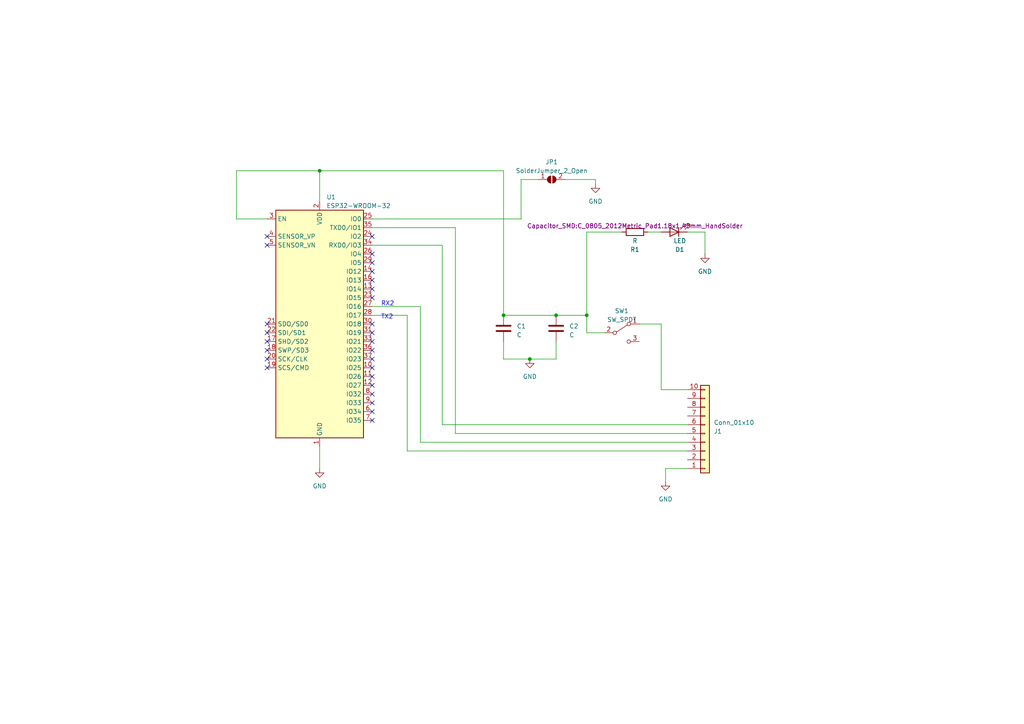
<source format=kicad_sch>
(kicad_sch (version 20230121) (generator eeschema)
  (paper "A4")
  (lib_symbols
    (symbol "Connector_Generic:Conn_01x10" (pin_names (offset 1.016) hide)
      (property "Reference" "J" (at 0 12.7 0))
      (property "Value" "Conn_01x10" (at 0 -15.24 0))
      (symbol "Conn_01x10_1_1"
        (rectangle (start -1.27 -12.573) (end 0 -12.827) (stroke (width 0.1524)))
        (rectangle (start -1.27 -10.033) (end 0 -10.287) (stroke (width 0.1524)))
        (rectangle (start -1.27 -7.493) (end 0 -7.747) (stroke (width 0.1524)))
        (rectangle (start -1.27 -4.953) (end 0 -5.207) (stroke (width 0.1524)))
        (rectangle (start -1.27 -2.413) (end 0 -2.667) (stroke (width 0.1524)))
        (rectangle (start -1.27 0.127) (end 0 -0.127) (stroke (width 0.1524)))
        (rectangle (start -1.27 2.667) (end 0 2.413) (stroke (width 0.1524)))
        (rectangle (start -1.27 5.207) (end 0 4.953) (stroke (width 0.1524)))
        (rectangle (start -1.27 7.747) (end 0 7.493) (stroke (width 0.1524)))
        (rectangle (start -1.27 10.287) (end 0 10.033) (stroke (width 0.1524)))
        (rectangle (start -1.27 11.43) (end 1.27 -13.97) (stroke (width 0.254)) (fill (type background)))
        (pin passive line (at -5.08 10.16 0) (length 3.81) (name "Pin_1") (number "1"))
        (pin passive line (at -5.08 -12.7 0) (length 3.81) (name "Pin_10") (number "10"))
        (pin passive line (at -5.08 7.62 0) (length 3.81) (name "Pin_2") (number "2"))
        (pin passive line (at -5.08 5.08 0) (length 3.81) (name "Pin_3") (number "3"))
        (pin passive line (at -5.08 2.54 0) (length 3.81) (name "Pin_4") (number "4"))
        (pin passive line (at -5.08 0 0) (length 3.81) (name "Pin_5") (number "5"))
        (pin passive line (at -5.08 -2.54 0) (length 3.81) (name "Pin_6") (number "6"))
        (pin passive line (at -5.08 -5.08 0) (length 3.81) (name "Pin_7") (number "7"))
        (pin passive line (at -5.08 -7.62 0) (length 3.81) (name "Pin_8") (number "8"))
        (pin passive line (at -5.08 -10.16 0) (length 3.81) (name "Pin_9") (number "9"))
      )
    )
    (symbol "Device:C" (pin_numbers hide) (pin_names (offset 0.254))
      (property "Reference" "C" (at 0.635 2.54 0))
      (property "Value" "C" (at 0.635 -2.54 0))
      (symbol "C_0_1"
        (polyline (pts (xy -2.032 -0.762) (xy 2.032 -0.762)) (stroke (width 0.508)))
        (polyline (pts (xy -2.032 0.762) (xy 2.032 0.762)) (stroke (width 0.508)))
      )
      (symbol "C_1_1"
        (pin passive line (at 0 3.81 270) (length 2.794) (name "~") (number "1"))
        (pin passive line (at 0 -3.81 90) (length 2.794) (name "~") (number "2"))
      )
    )
    (symbol "Device:LED" (pin_numbers hide) (pin_names (offset 1.016) hide)
      (property "Reference" "D" (at 0 2.54 0))
      (property "Value" "LED" (at 0 -2.54 0))
      (symbol "LED_0_1"
        (polyline (pts (xy -1.27 -1.27) (xy -1.27 1.27)) (stroke (width 0.254)))
        (polyline (pts (xy -1.27 0) (xy 1.27 0)))
        (polyline (pts (xy 1.27 -1.27) (xy 1.27 1.27) (xy -1.27 0) (xy 1.27 -1.27)) (stroke (width 0.254)))
        (polyline (pts (xy -3.048 -0.762) (xy -4.572 -2.286) (xy -3.81 -2.286) (xy -4.572 -2.286) (xy -4.572 -1.524)))
        (polyline (pts (xy -1.778 -0.762) (xy -3.302 -2.286) (xy -2.54 -2.286) (xy -3.302 -2.286) (xy -3.302 -1.524)))
      )
      (symbol "LED_1_1"
        (pin passive line (at -3.81 0 0) (length 2.54) (name "K") (number "1"))
        (pin passive line (at 3.81 0 180) (length 2.54) (name "A") (number "2"))
      )
    )
    (symbol "Device:R" (pin_numbers hide) (pin_names (offset 0))
      (property "Reference" "R" (at 2.032 0 90))
      (property "Value" "R" (at 0 0 90))
      (symbol "R_0_1"
        (rectangle (start -1.016 -2.54) (end 1.016 2.54) (stroke (width 0.254)))
      )
      (symbol "R_1_1"
        (pin passive line (at 0 3.81 270) (length 1.27) (name "~") (number "1"))
        (pin passive line (at 0 -3.81 90) (length 1.27) (name "~") (number "2"))
      )
    )
    (symbol "Jumper:SolderJumper_2_Open" (pin_names (offset 0) hide)
      (property "Reference" "JP" (at 0 2.032 0))
      (property "Value" "SolderJumper_2_Open" (at 0 -2.54 0))
      (symbol "SolderJumper_2_Open_0_1"
        (arc (start -0.254 1.016) (mid -1.2656 0) (end -0.254 -1.016))
        (arc (start -0.254 1.016) (mid -1.2656 0) (end -0.254 -1.016) (fill (type outline)))
        (polyline (pts (xy -0.254 1.016) (xy -0.254 -1.016)))
        (polyline (pts (xy 0.254 1.016) (xy 0.254 -1.016)))
        (arc (start 0.254 -1.016) (mid 1.2656 0) (end 0.254 1.016))
        (arc (start 0.254 -1.016) (mid 1.2656 0) (end 0.254 1.016) (fill (type outline)))
      )
      (symbol "SolderJumper_2_Open_1_1"
        (pin passive line (at -3.81 0 0) (length 2.54) (name "A") (number "1"))
        (pin passive line (at 3.81 0 180) (length 2.54) (name "B") (number "2"))
      )
    )
    (symbol "RF_Module:ESP32-WROOM-32"
      (property "Reference" "U" (at -12.7 34.29 0))
      (property "Value" "ESP32-WROOM-32" (at 1.27 34.29 0))
      (symbol "ESP32-WROOM-32_0_1"
        (rectangle (start -12.7 33.02) (end 12.7 -33.02) (stroke (width 0.254)) (fill (type background)))
      )
      (symbol "ESP32-WROOM-32_1_1"
        (pin power_in line (at 0 -35.56 90) (length 2.54) (name "GND") (number "1"))
        (pin bidirectional line (at 15.24 -12.7 180) (length 2.54) (name "IO25") (number "10"))
        (pin bidirectional line (at 15.24 -15.24 180) (length 2.54) (name "IO26") (number "11"))
        (pin bidirectional line (at 15.24 -17.78 180) (length 2.54) (name "IO27") (number "12"))
        (pin bidirectional line (at 15.24 10.16 180) (length 2.54) (name "IO14") (number "13"))
        (pin bidirectional line (at 15.24 15.24 180) (length 2.54) (name "IO12") (number "14"))
        (pin passive line (at 0 -35.56 90) (length 2.54) hide (name "GND") (number "15"))
        (pin bidirectional line (at 15.24 12.7 180) (length 2.54) (name "IO13") (number "16"))
        (pin bidirectional line (at -15.24 -5.08 0) (length 2.54) (name "SHD/SD2") (number "17"))
        (pin bidirectional line (at -15.24 -7.62 0) (length 2.54) (name "SWP/SD3") (number "18"))
        (pin bidirectional line (at -15.24 -12.7 0) (length 2.54) (name "SCS/CMD") (number "19"))
        (pin power_in line (at 0 35.56 270) (length 2.54) (name "VDD") (number "2"))
        (pin bidirectional line (at -15.24 -10.16 0) (length 2.54) (name "SCK/CLK") (number "20"))
        (pin bidirectional line (at -15.24 0 0) (length 2.54) (name "SDO/SD0") (number "21"))
        (pin bidirectional line (at -15.24 -2.54 0) (length 2.54) (name "SDI/SD1") (number "22"))
        (pin bidirectional line (at 15.24 7.62 180) (length 2.54) (name "IO15") (number "23"))
        (pin bidirectional line (at 15.24 25.4 180) (length 2.54) (name "IO2") (number "24"))
        (pin bidirectional line (at 15.24 30.48 180) (length 2.54) (name "IO0") (number "25"))
        (pin bidirectional line (at 15.24 20.32 180) (length 2.54) (name "IO4") (number "26"))
        (pin bidirectional line (at 15.24 5.08 180) (length 2.54) (name "IO16") (number "27"))
        (pin bidirectional line (at 15.24 2.54 180) (length 2.54) (name "IO17") (number "28"))
        (pin bidirectional line (at 15.24 17.78 180) (length 2.54) (name "IO5") (number "29"))
        (pin input line (at -15.24 30.48 0) (length 2.54) (name "EN") (number "3"))
        (pin bidirectional line (at 15.24 0 180) (length 2.54) (name "IO18") (number "30"))
        (pin bidirectional line (at 15.24 -2.54 180) (length 2.54) (name "IO19") (number "31"))
        (pin no_connect line (at -12.7 -27.94 0) (length 2.54) hide (name "NC") (number "32"))
        (pin bidirectional line (at 15.24 -5.08 180) (length 2.54) (name "IO21") (number "33"))
        (pin bidirectional line (at 15.24 22.86 180) (length 2.54) (name "RXD0/IO3") (number "34"))
        (pin bidirectional line (at 15.24 27.94 180) (length 2.54) (name "TXD0/IO1") (number "35"))
        (pin bidirectional line (at 15.24 -7.62 180) (length 2.54) (name "IO22") (number "36"))
        (pin bidirectional line (at 15.24 -10.16 180) (length 2.54) (name "IO23") (number "37"))
        (pin passive line (at 0 -35.56 90) (length 2.54) hide (name "GND") (number "38"))
        (pin passive line (at 0 -35.56 90) (length 2.54) hide (name "GND") (number "39"))
        (pin input line (at -15.24 25.4 0) (length 2.54) (name "SENSOR_VP") (number "4"))
        (pin input line (at -15.24 22.86 0) (length 2.54) (name "SENSOR_VN") (number "5"))
        (pin input line (at 15.24 -25.4 180) (length 2.54) (name "IO34") (number "6"))
        (pin input line (at 15.24 -27.94 180) (length 2.54) (name "IO35") (number "7"))
        (pin bidirectional line (at 15.24 -20.32 180) (length 2.54) (name "IO32") (number "8"))
        (pin bidirectional line (at 15.24 -22.86 180) (length 2.54) (name "IO33") (number "9"))
      )
    )
    (symbol "Switch:SW_SPDT" (pin_names (offset 0) hide)
      (property "Reference" "SW" (at 0 4.318 0))
      (property "Value" "SW_SPDT" (at 0 -5.08 0))
      (symbol "SW_SPDT_0_0"
        (circle (center -2.032 0) (radius 0.508))
        (circle (center 2.032 -2.54) (radius 0.508))
      )
      (symbol "SW_SPDT_0_1"
        (polyline (pts (xy -1.524 0.254) (xy 1.651 2.286)))
        (circle (center 2.032 2.54) (radius 0.508))
      )
      (symbol "SW_SPDT_1_1"
        (pin passive line (at 5.08 2.54 180) (length 2.54) (name "A") (number "1"))
        (pin passive line (at -5.08 0 0) (length 2.54) (name "B") (number "2"))
        (pin passive line (at 5.08 -2.54 180) (length 2.54) (name "C") (number "3"))
      )
    )
    (symbol "power:GND" (power) (pin_names (offset 0))
      (property "Value" "GND" (at 0 -3.81 0))
      (symbol "GND_0_1"
        (polyline (pts (xy 0 0) (xy 0 -1.27) (xy 1.27 -1.27) (xy 0 -2.54) (xy -1.27 -1.27) (xy 0 -1.27)))
      )
      (symbol "GND_1_1"
        (pin power_in line (at 0 0 270) (length 0) hide (name "GND") (number "1"))
      )
    )
  )
  (junction (at 153.67 104.14))
  (junction (at 170.18 91.44))
  (junction (at 146.05 91.44))
  (junction (at 92.71 49.53))
  (junction (at 161.29 91.44))
  (no_connect (at 77.47 71.12))
  (no_connect (at 107.95 96.52))
  (no_connect (at 77.47 99.06))
  (no_connect (at 107.95 78.74))
  (no_connect (at 107.95 86.36))
  (no_connect (at 107.95 114.3))
  (no_connect (at 107.95 101.6))
  (no_connect (at 107.95 111.76))
  (no_connect (at 77.47 93.98))
  (no_connect (at 107.95 109.22))
  (no_connect (at 107.95 73.66))
  (no_connect (at 77.47 104.14))
  (no_connect (at 107.95 104.14))
  (no_connect (at 107.95 83.82))
  (no_connect (at 77.47 96.52))
  (no_connect (at 107.95 99.06))
  (no_connect (at 107.95 68.58))
  (no_connect (at 107.95 76.2))
  (no_connect (at 107.95 106.68))
  (no_connect (at 107.95 119.38))
  (no_connect (at 107.95 93.98))
  (no_connect (at 107.95 116.84))
  (no_connect (at 77.47 101.6))
  (no_connect (at 77.47 106.68))
  (no_connect (at 77.47 68.58))
  (no_connect (at 107.95 81.28))
  (no_connect (at 107.95 121.92))
  (wire (pts (xy 118.11 91.44) (xy 118.11 130.81)))
  (wire (pts (xy 191.77 67.31) (xy 187.96 67.31)))
  (wire (pts (xy 118.11 130.81) (xy 199.39 130.81)))
  (wire (pts (xy 92.71 58.42) (xy 92.71 49.53)))
  (wire (pts (xy 199.39 123.19) (xy 128.27 123.19)))
  (wire (pts (xy 151.13 52.07) (xy 156.21 52.07)))
  (wire (pts (xy 68.58 63.5) (xy 77.47 63.5)))
  (wire (pts (xy 92.71 129.54) (xy 92.71 135.89)))
  (wire (pts (xy 68.58 49.53) (xy 68.58 63.5)))
  (wire (pts (xy 146.05 49.53) (xy 146.05 91.44)))
  (wire (pts (xy 191.77 93.98) (xy 191.77 113.03)))
  (wire (pts (xy 185.42 93.98) (xy 191.77 93.98)))
  (wire (pts (xy 161.29 104.14) (xy 153.67 104.14)))
  (wire (pts (xy 199.39 67.31) (xy 204.47 67.31)))
  (wire (pts (xy 151.13 63.5) (xy 151.13 52.07)))
  (wire (pts (xy 175.26 96.52) (xy 170.18 96.52)))
  (wire (pts (xy 172.72 52.07) (xy 172.72 53.34)))
  (wire (pts (xy 161.29 91.44) (xy 170.18 91.44)))
  (wire (pts (xy 146.05 104.14) (xy 153.67 104.14)))
  (wire (pts (xy 121.92 88.9) (xy 121.92 128.27)))
  (wire (pts (xy 199.39 125.73) (xy 132.08 125.73)))
  (wire (pts (xy 107.95 91.44) (xy 118.11 91.44)))
  (wire (pts (xy 191.77 113.03) (xy 199.39 113.03)))
  (wire (pts (xy 107.95 63.5) (xy 151.13 63.5)))
  (wire (pts (xy 146.05 99.06) (xy 146.05 104.14)))
  (wire (pts (xy 121.92 88.9) (xy 107.95 88.9)))
  (wire (pts (xy 170.18 96.52) (xy 170.18 91.44)))
  (wire (pts (xy 92.71 49.53) (xy 146.05 49.53)))
  (wire (pts (xy 199.39 135.89) (xy 193.04 135.89)))
  (wire (pts (xy 170.18 67.31) (xy 170.18 91.44)))
  (wire (pts (xy 193.04 135.89) (xy 193.04 139.7)))
  (wire (pts (xy 161.29 99.06) (xy 161.29 104.14)))
  (wire (pts (xy 128.27 71.12) (xy 107.95 71.12)))
  (wire (pts (xy 199.39 128.27) (xy 121.92 128.27)))
  (wire (pts (xy 180.34 67.31) (xy 170.18 67.31)))
  (wire (pts (xy 128.27 123.19) (xy 128.27 71.12)))
  (wire (pts (xy 132.08 66.04) (xy 132.08 125.73)))
  (wire (pts (xy 163.83 52.07) (xy 172.72 52.07)))
  (wire (pts (xy 92.71 49.53) (xy 68.58 49.53)))
  (wire (pts (xy 107.95 66.04) (xy 132.08 66.04)))
  (wire (pts (xy 204.47 73.66) (xy 204.47 67.31)))
  (wire (pts (xy 146.05 91.44) (xy 161.29 91.44)))
  (text "TX2" (at 110.49 92.71 0) (effects (font (size 1.27 1.27)) (justify left bottom)))
  (text "RX2\n" (at 110.49 88.9 0) (effects (font (size 1.27 1.27)) (justify left bottom)))
  (symbol (lib_id "RF_Module:ESP32-WROOM-32") (at 92.71 93.98 0) (unit 1)
    (property "Reference" "U1" (at 94.6659 57.15 0) (effects (justify left)))
    (property "Value" "ESP32-WROOM-32" (at 94.6659 59.69 0) (effects (justify left)))
    (property "Footprint" "RF_Module:ESP32-WROOM-32U" (effects hide))
    (property "Datasheet" "https://www.espressif.com/sites/default/files/documentation/esp32-wroom-32_datasheet_en.pdf" (effects hide))
  )
  (symbol (lib_id "power:GND") (at 204.47 73.66 0) (unit 1)
    (property "Reference" "#PWR04" (effects hide))
    (property "Value" "GND" (at 204.47 78.74 0))
  )
  (symbol (lib_id "power:GND") (at 92.71 135.89 0) (unit 1)
    (property "Reference" "#PWR02" (effects hide))
    (property "Value" "GND" (at 92.71 140.97 0))
  )
  (symbol (lib_id "Device:C") (at 161.29 95.25 0) (unit 1)
    (property "Reference" "C2" (at 165.1 94.615 0) (effects (justify left)))
    (property "Value" "C" (at 165.1 97.155 0) (effects (justify left)))
    (property "Footprint" "Capacitor_SMD:C_0805_2012Metric_Pad1.18x1.45mm_HandSolder" (effects hide))
  )
  (symbol (lib_id "Device:C") (at 146.05 95.25 0) (unit 1)
    (property "Reference" "C1" (at 149.86 94.615 0) (effects (justify left)))
    (property "Value" "C" (at 149.86 97.155 0) (effects (justify left)))
    (property "Footprint" "Capacitor_SMD:C_0805_2012Metric_Pad1.18x1.45mm_HandSolder" (effects hide))
  )
  (symbol (lib_id "power:GND") (at 193.04 139.7 0) (unit 1)
    (property "Reference" "#PWR01" (effects hide))
    (property "Value" "GND" (at 193.04 144.78 0))
  )
  (symbol (lib_id "Connector_Generic:Conn_01x10") (at 204.47 125.73 0) (mirror x) (unit 1)
    (property "Reference" "J1" (at 207.01 125.095 0) (effects (justify left)))
    (property "Value" "Conn_01x10" (at 207.01 122.555 0) (effects (justify left)))
    (property "Footprint" "Connector_PinHeader_2.54mm:PinHeader_1x10_P2.54mm_Vertical" (effects hide))
  )
  (symbol (lib_id "Switch:SW_SPDT") (at 180.34 96.52 0) (unit 1)
    (property "Reference" "SW1" (at 180.34 90.17 0))
    (property "Value" "SW_SPDT" (at 180.34 92.71 0))
    (property "Footprint" "Button_Switch_SMD:SW_SPDT_PCM12" (effects hide))
  )
  (symbol (lib_id "Device:LED") (at 195.58 67.31 180) (unit 1)
    (property "Reference" "D1" (at 197.1675 72.39 0))
    (property "Value" "LED" (at 197.1675 69.85 0))
    (property "Footprint" "Capacitor_SMD:C_0805_2012Metric_Pad1.18x1.45mm_HandSolder" (effects hide))
  )
  (symbol (lib_id "Jumper:SolderJumper_2_Open") (at 160.02 52.07 0) (unit 1)
    (property "Reference" "JP1" (at 160.02 46.99 0))
    (property "Value" "SolderJumper_2_Open" (at 160.02 49.53 0))
    (property "Footprint" "Jumper:SolderJumper-2_P1.3mm_Open_RoundedPad1.0x1.5mm" (effects hide))
  )
  (symbol (lib_id "power:GND") (at 172.72 53.34 0) (unit 1)
    (property "Reference" "#PWR05" (effects hide))
    (property "Value" "GND" (at 172.72 58.42 0))
  )
  (symbol (lib_id "Device:R") (at 184.15 67.31 270) (unit 1)
    (property "Reference" "R1" (at 184.15 72.39 90))
    (property "Value" "R" (at 184.15 69.85 90))
    (property "Footprint" "Capacitor_SMD:C_0805_2012Metric_Pad1.18x1.45mm_HandSolder" (at 184.15 65.532 90))
  )
  (symbol (lib_id "power:GND") (at 153.67 104.14 0) (unit 1)
    (property "Reference" "#PWR03" (effects hide))
    (property "Value" "GND" (at 153.67 109.22 0))
  )
)
</source>
